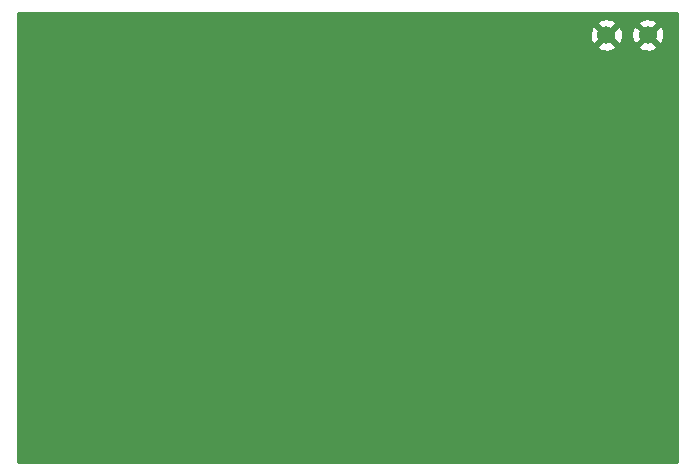
<source format=gbr>
G04 #@! TF.GenerationSoftware,KiCad,Pcbnew,5.1.2-f72e74a~84~ubuntu18.04.1*
G04 #@! TF.CreationDate,2019-07-11T09:37:04+02:00*
G04 #@! TF.ProjectId,kicad_filtre,6b696361-645f-4666-996c-7472652e6b69,rev?*
G04 #@! TF.SameCoordinates,Original*
G04 #@! TF.FileFunction,Copper,L2,Bot*
G04 #@! TF.FilePolarity,Positive*
%FSLAX46Y46*%
G04 Gerber Fmt 4.6, Leading zero omitted, Abs format (unit mm)*
G04 Created by KiCad (PCBNEW 5.1.2-f72e74a~84~ubuntu18.04.1) date 2019-07-11 09:37:04*
%MOMM*%
%LPD*%
G04 APERTURE LIST*
%ADD10C,1.524000*%
%ADD11C,0.800000*%
%ADD12C,0.254000*%
G04 APERTURE END LIST*
D10*
X159385000Y-107315000D03*
X155885000Y-107315000D03*
D11*
X146270000Y-135000000D03*
X129750000Y-135000000D03*
X148200000Y-113800000D03*
X160020000Y-127000000D03*
X161290000Y-127000000D03*
X161290000Y-121920000D03*
X160020000Y-121920000D03*
X107950000Y-127000000D03*
X106680000Y-127000000D03*
X107950000Y-121920000D03*
X106680000Y-121920000D03*
X109220000Y-121920000D03*
X109220000Y-127000000D03*
X158750000Y-127000000D03*
X158750000Y-121920000D03*
X124900000Y-113800000D03*
X125095000Y-114800000D03*
X124180000Y-114600000D03*
X123900000Y-113665000D03*
X124460000Y-112850000D03*
X125300000Y-112800000D03*
X147955000Y-112800000D03*
X148900000Y-113030000D03*
X149150000Y-114000000D03*
X148650000Y-114750000D03*
X147800000Y-114750000D03*
X129540000Y-133985000D03*
X130400000Y-134100000D03*
X130740000Y-135000000D03*
X130500000Y-135890000D03*
X129540000Y-136100000D03*
X146050000Y-133985000D03*
X147000000Y-134150000D03*
X147250000Y-135000000D03*
X147000000Y-135900000D03*
X146050000Y-136100000D03*
D12*
G36*
X161900001Y-143485000D02*
G01*
X106070000Y-143485000D01*
X106070000Y-108280565D01*
X155099040Y-108280565D01*
X155166020Y-108520656D01*
X155415048Y-108637756D01*
X155682135Y-108704023D01*
X155957017Y-108716910D01*
X156229133Y-108675922D01*
X156488023Y-108582636D01*
X156603980Y-108520656D01*
X156670960Y-108280565D01*
X158599040Y-108280565D01*
X158666020Y-108520656D01*
X158915048Y-108637756D01*
X159182135Y-108704023D01*
X159457017Y-108716910D01*
X159729133Y-108675922D01*
X159988023Y-108582636D01*
X160103980Y-108520656D01*
X160170960Y-108280565D01*
X159385000Y-107494605D01*
X158599040Y-108280565D01*
X156670960Y-108280565D01*
X155885000Y-107494605D01*
X155099040Y-108280565D01*
X106070000Y-108280565D01*
X106070000Y-107387017D01*
X154483090Y-107387017D01*
X154524078Y-107659133D01*
X154617364Y-107918023D01*
X154679344Y-108033980D01*
X154919435Y-108100960D01*
X155705395Y-107315000D01*
X156064605Y-107315000D01*
X156850565Y-108100960D01*
X157090656Y-108033980D01*
X157207756Y-107784952D01*
X157274023Y-107517865D01*
X157280157Y-107387017D01*
X157983090Y-107387017D01*
X158024078Y-107659133D01*
X158117364Y-107918023D01*
X158179344Y-108033980D01*
X158419435Y-108100960D01*
X159205395Y-107315000D01*
X159564605Y-107315000D01*
X160350565Y-108100960D01*
X160590656Y-108033980D01*
X160707756Y-107784952D01*
X160774023Y-107517865D01*
X160786910Y-107242983D01*
X160745922Y-106970867D01*
X160652636Y-106711977D01*
X160590656Y-106596020D01*
X160350565Y-106529040D01*
X159564605Y-107315000D01*
X159205395Y-107315000D01*
X158419435Y-106529040D01*
X158179344Y-106596020D01*
X158062244Y-106845048D01*
X157995977Y-107112135D01*
X157983090Y-107387017D01*
X157280157Y-107387017D01*
X157286910Y-107242983D01*
X157245922Y-106970867D01*
X157152636Y-106711977D01*
X157090656Y-106596020D01*
X156850565Y-106529040D01*
X156064605Y-107315000D01*
X155705395Y-107315000D01*
X154919435Y-106529040D01*
X154679344Y-106596020D01*
X154562244Y-106845048D01*
X154495977Y-107112135D01*
X154483090Y-107387017D01*
X106070000Y-107387017D01*
X106070000Y-106349435D01*
X155099040Y-106349435D01*
X155885000Y-107135395D01*
X156670960Y-106349435D01*
X158599040Y-106349435D01*
X159385000Y-107135395D01*
X160170960Y-106349435D01*
X160103980Y-106109344D01*
X159854952Y-105992244D01*
X159587865Y-105925977D01*
X159312983Y-105913090D01*
X159040867Y-105954078D01*
X158781977Y-106047364D01*
X158666020Y-106109344D01*
X158599040Y-106349435D01*
X156670960Y-106349435D01*
X156603980Y-106109344D01*
X156354952Y-105992244D01*
X156087865Y-105925977D01*
X155812983Y-105913090D01*
X155540867Y-105954078D01*
X155281977Y-106047364D01*
X155166020Y-106109344D01*
X155099040Y-106349435D01*
X106070000Y-106349435D01*
X106070000Y-105435000D01*
X161900000Y-105435000D01*
X161900001Y-143485000D01*
X161900001Y-143485000D01*
G37*
X161900001Y-143485000D02*
X106070000Y-143485000D01*
X106070000Y-108280565D01*
X155099040Y-108280565D01*
X155166020Y-108520656D01*
X155415048Y-108637756D01*
X155682135Y-108704023D01*
X155957017Y-108716910D01*
X156229133Y-108675922D01*
X156488023Y-108582636D01*
X156603980Y-108520656D01*
X156670960Y-108280565D01*
X158599040Y-108280565D01*
X158666020Y-108520656D01*
X158915048Y-108637756D01*
X159182135Y-108704023D01*
X159457017Y-108716910D01*
X159729133Y-108675922D01*
X159988023Y-108582636D01*
X160103980Y-108520656D01*
X160170960Y-108280565D01*
X159385000Y-107494605D01*
X158599040Y-108280565D01*
X156670960Y-108280565D01*
X155885000Y-107494605D01*
X155099040Y-108280565D01*
X106070000Y-108280565D01*
X106070000Y-107387017D01*
X154483090Y-107387017D01*
X154524078Y-107659133D01*
X154617364Y-107918023D01*
X154679344Y-108033980D01*
X154919435Y-108100960D01*
X155705395Y-107315000D01*
X156064605Y-107315000D01*
X156850565Y-108100960D01*
X157090656Y-108033980D01*
X157207756Y-107784952D01*
X157274023Y-107517865D01*
X157280157Y-107387017D01*
X157983090Y-107387017D01*
X158024078Y-107659133D01*
X158117364Y-107918023D01*
X158179344Y-108033980D01*
X158419435Y-108100960D01*
X159205395Y-107315000D01*
X159564605Y-107315000D01*
X160350565Y-108100960D01*
X160590656Y-108033980D01*
X160707756Y-107784952D01*
X160774023Y-107517865D01*
X160786910Y-107242983D01*
X160745922Y-106970867D01*
X160652636Y-106711977D01*
X160590656Y-106596020D01*
X160350565Y-106529040D01*
X159564605Y-107315000D01*
X159205395Y-107315000D01*
X158419435Y-106529040D01*
X158179344Y-106596020D01*
X158062244Y-106845048D01*
X157995977Y-107112135D01*
X157983090Y-107387017D01*
X157280157Y-107387017D01*
X157286910Y-107242983D01*
X157245922Y-106970867D01*
X157152636Y-106711977D01*
X157090656Y-106596020D01*
X156850565Y-106529040D01*
X156064605Y-107315000D01*
X155705395Y-107315000D01*
X154919435Y-106529040D01*
X154679344Y-106596020D01*
X154562244Y-106845048D01*
X154495977Y-107112135D01*
X154483090Y-107387017D01*
X106070000Y-107387017D01*
X106070000Y-106349435D01*
X155099040Y-106349435D01*
X155885000Y-107135395D01*
X156670960Y-106349435D01*
X158599040Y-106349435D01*
X159385000Y-107135395D01*
X160170960Y-106349435D01*
X160103980Y-106109344D01*
X159854952Y-105992244D01*
X159587865Y-105925977D01*
X159312983Y-105913090D01*
X159040867Y-105954078D01*
X158781977Y-106047364D01*
X158666020Y-106109344D01*
X158599040Y-106349435D01*
X156670960Y-106349435D01*
X156603980Y-106109344D01*
X156354952Y-105992244D01*
X156087865Y-105925977D01*
X155812983Y-105913090D01*
X155540867Y-105954078D01*
X155281977Y-106047364D01*
X155166020Y-106109344D01*
X155099040Y-106349435D01*
X106070000Y-106349435D01*
X106070000Y-105435000D01*
X161900000Y-105435000D01*
X161900001Y-143485000D01*
M02*

</source>
